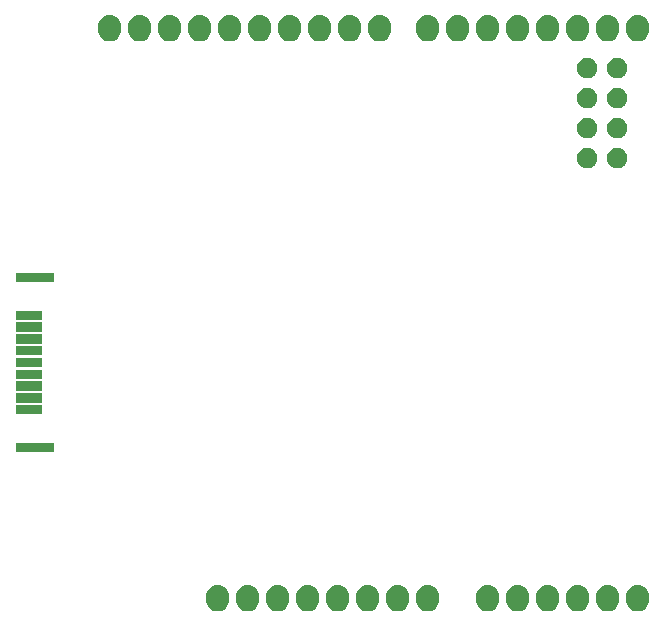
<source format=gbs>
G04 #@! TF.GenerationSoftware,KiCad,Pcbnew,(5.1.2)-1*
G04 #@! TF.CreationDate,2021-07-03T10:16:44+09:00*
G04 #@! TF.ProjectId,hdmi,68646d69-2e6b-4696-9361-645f70636258,v1.5*
G04 #@! TF.SameCoordinates,Original*
G04 #@! TF.FileFunction,Soldermask,Bot*
G04 #@! TF.FilePolarity,Negative*
%FSLAX46Y46*%
G04 Gerber Fmt 4.6, Leading zero omitted, Abs format (unit mm)*
G04 Created by KiCad (PCBNEW (5.1.2)-1) date 2021-07-03 10:16:44*
%MOMM*%
%LPD*%
G04 APERTURE LIST*
%ADD10C,0.100000*%
G04 APERTURE END LIST*
D10*
G36*
X174686897Y-122722942D02*
G01*
X174868538Y-122778043D01*
X175035936Y-122867518D01*
X175035938Y-122867520D01*
X175182665Y-122987935D01*
X175303080Y-123134662D01*
X175303082Y-123134665D01*
X175392557Y-123302061D01*
X175447658Y-123483702D01*
X175461600Y-123625262D01*
X175461600Y-124024737D01*
X175447658Y-124166297D01*
X175392557Y-124347939D01*
X175303082Y-124515335D01*
X175303080Y-124515338D01*
X175182665Y-124662065D01*
X175035938Y-124782480D01*
X175035936Y-124782481D01*
X175035935Y-124782482D01*
X174868539Y-124871957D01*
X174686898Y-124927058D01*
X174498000Y-124945662D01*
X174309103Y-124927058D01*
X174127462Y-124871957D01*
X173960066Y-124782482D01*
X173960065Y-124782481D01*
X173960063Y-124782480D01*
X173813336Y-124662065D01*
X173692920Y-124515338D01*
X173692918Y-124515335D01*
X173603443Y-124347939D01*
X173548342Y-124166298D01*
X173534400Y-124024738D01*
X173534400Y-123625263D01*
X173548342Y-123483703D01*
X173603443Y-123302062D01*
X173692918Y-123134664D01*
X173712735Y-123110517D01*
X173813335Y-122987935D01*
X173960062Y-122867520D01*
X173960064Y-122867519D01*
X173960065Y-122867518D01*
X174127461Y-122778043D01*
X174309102Y-122722942D01*
X174498000Y-122704338D01*
X174686897Y-122722942D01*
X174686897Y-122722942D01*
G37*
G36*
X172146897Y-122722942D02*
G01*
X172328538Y-122778043D01*
X172495936Y-122867518D01*
X172495938Y-122867520D01*
X172642665Y-122987935D01*
X172763080Y-123134662D01*
X172763082Y-123134665D01*
X172852557Y-123302061D01*
X172907658Y-123483702D01*
X172921600Y-123625262D01*
X172921600Y-124024737D01*
X172907658Y-124166297D01*
X172852557Y-124347939D01*
X172763082Y-124515335D01*
X172763080Y-124515338D01*
X172642665Y-124662065D01*
X172495938Y-124782480D01*
X172495936Y-124782481D01*
X172495935Y-124782482D01*
X172328539Y-124871957D01*
X172146898Y-124927058D01*
X171958000Y-124945662D01*
X171769103Y-124927058D01*
X171587462Y-124871957D01*
X171420066Y-124782482D01*
X171420065Y-124782481D01*
X171420063Y-124782480D01*
X171273336Y-124662065D01*
X171152920Y-124515338D01*
X171152918Y-124515335D01*
X171063443Y-124347939D01*
X171008342Y-124166298D01*
X170994400Y-124024738D01*
X170994400Y-123625263D01*
X171008342Y-123483703D01*
X171063443Y-123302062D01*
X171152918Y-123134664D01*
X171172735Y-123110517D01*
X171273335Y-122987935D01*
X171420062Y-122867520D01*
X171420064Y-122867519D01*
X171420065Y-122867518D01*
X171587461Y-122778043D01*
X171769102Y-122722942D01*
X171958000Y-122704338D01*
X172146897Y-122722942D01*
X172146897Y-122722942D01*
G37*
G36*
X169606897Y-122722942D02*
G01*
X169788538Y-122778043D01*
X169955936Y-122867518D01*
X169955938Y-122867520D01*
X170102665Y-122987935D01*
X170223080Y-123134662D01*
X170223082Y-123134665D01*
X170312557Y-123302061D01*
X170367658Y-123483702D01*
X170381600Y-123625262D01*
X170381600Y-124024737D01*
X170367658Y-124166297D01*
X170312557Y-124347939D01*
X170223082Y-124515335D01*
X170223080Y-124515338D01*
X170102665Y-124662065D01*
X169955938Y-124782480D01*
X169955936Y-124782481D01*
X169955935Y-124782482D01*
X169788539Y-124871957D01*
X169606898Y-124927058D01*
X169418000Y-124945662D01*
X169229103Y-124927058D01*
X169047462Y-124871957D01*
X168880066Y-124782482D01*
X168880065Y-124782481D01*
X168880063Y-124782480D01*
X168733336Y-124662065D01*
X168612920Y-124515338D01*
X168612918Y-124515335D01*
X168523443Y-124347939D01*
X168468342Y-124166298D01*
X168454400Y-124024738D01*
X168454400Y-123625263D01*
X168468342Y-123483703D01*
X168523443Y-123302062D01*
X168612918Y-123134664D01*
X168632735Y-123110517D01*
X168733335Y-122987935D01*
X168880062Y-122867520D01*
X168880064Y-122867519D01*
X168880065Y-122867518D01*
X169047461Y-122778043D01*
X169229102Y-122722942D01*
X169418000Y-122704338D01*
X169606897Y-122722942D01*
X169606897Y-122722942D01*
G37*
G36*
X167066897Y-122722942D02*
G01*
X167248538Y-122778043D01*
X167415936Y-122867518D01*
X167415938Y-122867520D01*
X167562665Y-122987935D01*
X167683080Y-123134662D01*
X167683082Y-123134665D01*
X167772557Y-123302061D01*
X167827658Y-123483702D01*
X167841600Y-123625262D01*
X167841600Y-124024737D01*
X167827658Y-124166297D01*
X167772557Y-124347939D01*
X167683082Y-124515335D01*
X167683080Y-124515338D01*
X167562665Y-124662065D01*
X167415938Y-124782480D01*
X167415936Y-124782481D01*
X167415935Y-124782482D01*
X167248539Y-124871957D01*
X167066898Y-124927058D01*
X166878000Y-124945662D01*
X166689103Y-124927058D01*
X166507462Y-124871957D01*
X166340066Y-124782482D01*
X166340065Y-124782481D01*
X166340063Y-124782480D01*
X166193336Y-124662065D01*
X166072920Y-124515338D01*
X166072918Y-124515335D01*
X165983443Y-124347939D01*
X165928342Y-124166298D01*
X165914400Y-124024738D01*
X165914400Y-123625263D01*
X165928342Y-123483703D01*
X165983443Y-123302062D01*
X166072918Y-123134664D01*
X166092735Y-123110517D01*
X166193335Y-122987935D01*
X166340062Y-122867520D01*
X166340064Y-122867519D01*
X166340065Y-122867518D01*
X166507461Y-122778043D01*
X166689102Y-122722942D01*
X166878000Y-122704338D01*
X167066897Y-122722942D01*
X167066897Y-122722942D01*
G37*
G36*
X164526897Y-122722942D02*
G01*
X164708538Y-122778043D01*
X164875936Y-122867518D01*
X164875938Y-122867520D01*
X165022665Y-122987935D01*
X165143080Y-123134662D01*
X165143082Y-123134665D01*
X165232557Y-123302061D01*
X165287658Y-123483702D01*
X165301600Y-123625262D01*
X165301600Y-124024737D01*
X165287658Y-124166297D01*
X165232557Y-124347939D01*
X165143082Y-124515335D01*
X165143080Y-124515338D01*
X165022665Y-124662065D01*
X164875938Y-124782480D01*
X164875936Y-124782481D01*
X164875935Y-124782482D01*
X164708539Y-124871957D01*
X164526898Y-124927058D01*
X164338000Y-124945662D01*
X164149103Y-124927058D01*
X163967462Y-124871957D01*
X163800066Y-124782482D01*
X163800065Y-124782481D01*
X163800063Y-124782480D01*
X163653336Y-124662065D01*
X163532920Y-124515338D01*
X163532918Y-124515335D01*
X163443443Y-124347939D01*
X163388342Y-124166298D01*
X163374400Y-124024738D01*
X163374400Y-123625263D01*
X163388342Y-123483703D01*
X163443443Y-123302062D01*
X163532918Y-123134664D01*
X163552735Y-123110517D01*
X163653335Y-122987935D01*
X163800062Y-122867520D01*
X163800064Y-122867519D01*
X163800065Y-122867518D01*
X163967461Y-122778043D01*
X164149102Y-122722942D01*
X164338000Y-122704338D01*
X164526897Y-122722942D01*
X164526897Y-122722942D01*
G37*
G36*
X161986897Y-122722942D02*
G01*
X162168538Y-122778043D01*
X162335936Y-122867518D01*
X162335938Y-122867520D01*
X162482665Y-122987935D01*
X162603080Y-123134662D01*
X162603082Y-123134665D01*
X162692557Y-123302061D01*
X162747658Y-123483702D01*
X162761600Y-123625262D01*
X162761600Y-124024737D01*
X162747658Y-124166297D01*
X162692557Y-124347939D01*
X162603082Y-124515335D01*
X162603080Y-124515338D01*
X162482665Y-124662065D01*
X162335938Y-124782480D01*
X162335936Y-124782481D01*
X162335935Y-124782482D01*
X162168539Y-124871957D01*
X161986898Y-124927058D01*
X161798000Y-124945662D01*
X161609103Y-124927058D01*
X161427462Y-124871957D01*
X161260066Y-124782482D01*
X161260065Y-124782481D01*
X161260063Y-124782480D01*
X161113336Y-124662065D01*
X160992920Y-124515338D01*
X160992918Y-124515335D01*
X160903443Y-124347939D01*
X160848342Y-124166298D01*
X160834400Y-124024738D01*
X160834400Y-123625263D01*
X160848342Y-123483703D01*
X160903443Y-123302062D01*
X160992918Y-123134664D01*
X161012735Y-123110517D01*
X161113335Y-122987935D01*
X161260062Y-122867520D01*
X161260064Y-122867519D01*
X161260065Y-122867518D01*
X161427461Y-122778043D01*
X161609102Y-122722942D01*
X161798000Y-122704338D01*
X161986897Y-122722942D01*
X161986897Y-122722942D01*
G37*
G36*
X141666897Y-122722942D02*
G01*
X141848538Y-122778043D01*
X142015936Y-122867518D01*
X142015938Y-122867520D01*
X142162665Y-122987935D01*
X142283080Y-123134662D01*
X142283082Y-123134665D01*
X142372557Y-123302061D01*
X142427658Y-123483702D01*
X142441600Y-123625262D01*
X142441600Y-124024737D01*
X142427658Y-124166297D01*
X142372557Y-124347939D01*
X142283082Y-124515335D01*
X142283080Y-124515338D01*
X142162665Y-124662065D01*
X142015938Y-124782480D01*
X142015936Y-124782481D01*
X142015935Y-124782482D01*
X141848539Y-124871957D01*
X141666898Y-124927058D01*
X141478000Y-124945662D01*
X141289103Y-124927058D01*
X141107462Y-124871957D01*
X140940066Y-124782482D01*
X140940065Y-124782481D01*
X140940063Y-124782480D01*
X140793336Y-124662065D01*
X140672920Y-124515338D01*
X140672918Y-124515335D01*
X140583443Y-124347939D01*
X140528342Y-124166298D01*
X140514400Y-124024738D01*
X140514400Y-123625263D01*
X140528342Y-123483703D01*
X140583443Y-123302062D01*
X140672918Y-123134664D01*
X140692735Y-123110517D01*
X140793335Y-122987935D01*
X140940062Y-122867520D01*
X140940064Y-122867519D01*
X140940065Y-122867518D01*
X141107461Y-122778043D01*
X141289102Y-122722942D01*
X141478000Y-122704338D01*
X141666897Y-122722942D01*
X141666897Y-122722942D01*
G37*
G36*
X146746897Y-122722942D02*
G01*
X146928538Y-122778043D01*
X147095936Y-122867518D01*
X147095938Y-122867520D01*
X147242665Y-122987935D01*
X147363080Y-123134662D01*
X147363082Y-123134665D01*
X147452557Y-123302061D01*
X147507658Y-123483702D01*
X147521600Y-123625262D01*
X147521600Y-124024737D01*
X147507658Y-124166297D01*
X147452557Y-124347939D01*
X147363082Y-124515335D01*
X147363080Y-124515338D01*
X147242665Y-124662065D01*
X147095938Y-124782480D01*
X147095936Y-124782481D01*
X147095935Y-124782482D01*
X146928539Y-124871957D01*
X146746898Y-124927058D01*
X146558000Y-124945662D01*
X146369103Y-124927058D01*
X146187462Y-124871957D01*
X146020066Y-124782482D01*
X146020065Y-124782481D01*
X146020063Y-124782480D01*
X145873336Y-124662065D01*
X145752920Y-124515338D01*
X145752918Y-124515335D01*
X145663443Y-124347939D01*
X145608342Y-124166298D01*
X145594400Y-124024738D01*
X145594400Y-123625263D01*
X145608342Y-123483703D01*
X145663443Y-123302062D01*
X145752918Y-123134664D01*
X145772735Y-123110517D01*
X145873335Y-122987935D01*
X146020062Y-122867520D01*
X146020064Y-122867519D01*
X146020065Y-122867518D01*
X146187461Y-122778043D01*
X146369102Y-122722942D01*
X146558000Y-122704338D01*
X146746897Y-122722942D01*
X146746897Y-122722942D01*
G37*
G36*
X139126897Y-122722942D02*
G01*
X139308538Y-122778043D01*
X139475936Y-122867518D01*
X139475938Y-122867520D01*
X139622665Y-122987935D01*
X139743080Y-123134662D01*
X139743082Y-123134665D01*
X139832557Y-123302061D01*
X139887658Y-123483702D01*
X139901600Y-123625262D01*
X139901600Y-124024737D01*
X139887658Y-124166297D01*
X139832557Y-124347939D01*
X139743082Y-124515335D01*
X139743080Y-124515338D01*
X139622665Y-124662065D01*
X139475938Y-124782480D01*
X139475936Y-124782481D01*
X139475935Y-124782482D01*
X139308539Y-124871957D01*
X139126898Y-124927058D01*
X138938000Y-124945662D01*
X138749103Y-124927058D01*
X138567462Y-124871957D01*
X138400066Y-124782482D01*
X138400065Y-124782481D01*
X138400063Y-124782480D01*
X138253336Y-124662065D01*
X138132920Y-124515338D01*
X138132918Y-124515335D01*
X138043443Y-124347939D01*
X137988342Y-124166298D01*
X137974400Y-124024738D01*
X137974400Y-123625263D01*
X137988342Y-123483703D01*
X138043443Y-123302062D01*
X138132918Y-123134664D01*
X138152735Y-123110517D01*
X138253335Y-122987935D01*
X138400062Y-122867520D01*
X138400064Y-122867519D01*
X138400065Y-122867518D01*
X138567461Y-122778043D01*
X138749102Y-122722942D01*
X138938000Y-122704338D01*
X139126897Y-122722942D01*
X139126897Y-122722942D01*
G37*
G36*
X156906897Y-122722942D02*
G01*
X157088538Y-122778043D01*
X157255936Y-122867518D01*
X157255938Y-122867520D01*
X157402665Y-122987935D01*
X157523080Y-123134662D01*
X157523082Y-123134665D01*
X157612557Y-123302061D01*
X157667658Y-123483702D01*
X157681600Y-123625262D01*
X157681600Y-124024737D01*
X157667658Y-124166297D01*
X157612557Y-124347939D01*
X157523082Y-124515335D01*
X157523080Y-124515338D01*
X157402665Y-124662065D01*
X157255938Y-124782480D01*
X157255936Y-124782481D01*
X157255935Y-124782482D01*
X157088539Y-124871957D01*
X156906898Y-124927058D01*
X156718000Y-124945662D01*
X156529103Y-124927058D01*
X156347462Y-124871957D01*
X156180066Y-124782482D01*
X156180065Y-124782481D01*
X156180063Y-124782480D01*
X156033336Y-124662065D01*
X155912920Y-124515338D01*
X155912918Y-124515335D01*
X155823443Y-124347939D01*
X155768342Y-124166298D01*
X155754400Y-124024738D01*
X155754400Y-123625263D01*
X155768342Y-123483703D01*
X155823443Y-123302062D01*
X155912918Y-123134664D01*
X155932735Y-123110517D01*
X156033335Y-122987935D01*
X156180062Y-122867520D01*
X156180064Y-122867519D01*
X156180065Y-122867518D01*
X156347461Y-122778043D01*
X156529102Y-122722942D01*
X156718000Y-122704338D01*
X156906897Y-122722942D01*
X156906897Y-122722942D01*
G37*
G36*
X154366897Y-122722942D02*
G01*
X154548538Y-122778043D01*
X154715936Y-122867518D01*
X154715938Y-122867520D01*
X154862665Y-122987935D01*
X154983080Y-123134662D01*
X154983082Y-123134665D01*
X155072557Y-123302061D01*
X155127658Y-123483702D01*
X155141600Y-123625262D01*
X155141600Y-124024737D01*
X155127658Y-124166297D01*
X155072557Y-124347939D01*
X154983082Y-124515335D01*
X154983080Y-124515338D01*
X154862665Y-124662065D01*
X154715938Y-124782480D01*
X154715936Y-124782481D01*
X154715935Y-124782482D01*
X154548539Y-124871957D01*
X154366898Y-124927058D01*
X154178000Y-124945662D01*
X153989103Y-124927058D01*
X153807462Y-124871957D01*
X153640066Y-124782482D01*
X153640065Y-124782481D01*
X153640063Y-124782480D01*
X153493336Y-124662065D01*
X153372920Y-124515338D01*
X153372918Y-124515335D01*
X153283443Y-124347939D01*
X153228342Y-124166298D01*
X153214400Y-124024738D01*
X153214400Y-123625263D01*
X153228342Y-123483703D01*
X153283443Y-123302062D01*
X153372918Y-123134664D01*
X153392735Y-123110517D01*
X153493335Y-122987935D01*
X153640062Y-122867520D01*
X153640064Y-122867519D01*
X153640065Y-122867518D01*
X153807461Y-122778043D01*
X153989102Y-122722942D01*
X154178000Y-122704338D01*
X154366897Y-122722942D01*
X154366897Y-122722942D01*
G37*
G36*
X151826897Y-122722942D02*
G01*
X152008538Y-122778043D01*
X152175936Y-122867518D01*
X152175938Y-122867520D01*
X152322665Y-122987935D01*
X152443080Y-123134662D01*
X152443082Y-123134665D01*
X152532557Y-123302061D01*
X152587658Y-123483702D01*
X152601600Y-123625262D01*
X152601600Y-124024737D01*
X152587658Y-124166297D01*
X152532557Y-124347939D01*
X152443082Y-124515335D01*
X152443080Y-124515338D01*
X152322665Y-124662065D01*
X152175938Y-124782480D01*
X152175936Y-124782481D01*
X152175935Y-124782482D01*
X152008539Y-124871957D01*
X151826898Y-124927058D01*
X151638000Y-124945662D01*
X151449103Y-124927058D01*
X151267462Y-124871957D01*
X151100066Y-124782482D01*
X151100065Y-124782481D01*
X151100063Y-124782480D01*
X150953336Y-124662065D01*
X150832920Y-124515338D01*
X150832918Y-124515335D01*
X150743443Y-124347939D01*
X150688342Y-124166298D01*
X150674400Y-124024738D01*
X150674400Y-123625263D01*
X150688342Y-123483703D01*
X150743443Y-123302062D01*
X150832918Y-123134664D01*
X150852735Y-123110517D01*
X150953335Y-122987935D01*
X151100062Y-122867520D01*
X151100064Y-122867519D01*
X151100065Y-122867518D01*
X151267461Y-122778043D01*
X151449102Y-122722942D01*
X151638000Y-122704338D01*
X151826897Y-122722942D01*
X151826897Y-122722942D01*
G37*
G36*
X149286897Y-122722942D02*
G01*
X149468538Y-122778043D01*
X149635936Y-122867518D01*
X149635938Y-122867520D01*
X149782665Y-122987935D01*
X149903080Y-123134662D01*
X149903082Y-123134665D01*
X149992557Y-123302061D01*
X150047658Y-123483702D01*
X150061600Y-123625262D01*
X150061600Y-124024737D01*
X150047658Y-124166297D01*
X149992557Y-124347939D01*
X149903082Y-124515335D01*
X149903080Y-124515338D01*
X149782665Y-124662065D01*
X149635938Y-124782480D01*
X149635936Y-124782481D01*
X149635935Y-124782482D01*
X149468539Y-124871957D01*
X149286898Y-124927058D01*
X149098000Y-124945662D01*
X148909103Y-124927058D01*
X148727462Y-124871957D01*
X148560066Y-124782482D01*
X148560065Y-124782481D01*
X148560063Y-124782480D01*
X148413336Y-124662065D01*
X148292920Y-124515338D01*
X148292918Y-124515335D01*
X148203443Y-124347939D01*
X148148342Y-124166298D01*
X148134400Y-124024738D01*
X148134400Y-123625263D01*
X148148342Y-123483703D01*
X148203443Y-123302062D01*
X148292918Y-123134664D01*
X148312735Y-123110517D01*
X148413335Y-122987935D01*
X148560062Y-122867520D01*
X148560064Y-122867519D01*
X148560065Y-122867518D01*
X148727461Y-122778043D01*
X148909102Y-122722942D01*
X149098000Y-122704338D01*
X149286897Y-122722942D01*
X149286897Y-122722942D01*
G37*
G36*
X144206897Y-122722942D02*
G01*
X144388538Y-122778043D01*
X144555936Y-122867518D01*
X144555938Y-122867520D01*
X144702665Y-122987935D01*
X144823080Y-123134662D01*
X144823082Y-123134665D01*
X144912557Y-123302061D01*
X144967658Y-123483702D01*
X144981600Y-123625262D01*
X144981600Y-124024737D01*
X144967658Y-124166297D01*
X144912557Y-124347939D01*
X144823082Y-124515335D01*
X144823080Y-124515338D01*
X144702665Y-124662065D01*
X144555938Y-124782480D01*
X144555936Y-124782481D01*
X144555935Y-124782482D01*
X144388539Y-124871957D01*
X144206898Y-124927058D01*
X144018000Y-124945662D01*
X143829103Y-124927058D01*
X143647462Y-124871957D01*
X143480066Y-124782482D01*
X143480065Y-124782481D01*
X143480063Y-124782480D01*
X143333336Y-124662065D01*
X143212920Y-124515338D01*
X143212918Y-124515335D01*
X143123443Y-124347939D01*
X143068342Y-124166298D01*
X143054400Y-124024738D01*
X143054400Y-123625263D01*
X143068342Y-123483703D01*
X143123443Y-123302062D01*
X143212918Y-123134664D01*
X143232735Y-123110517D01*
X143333335Y-122987935D01*
X143480062Y-122867520D01*
X143480064Y-122867519D01*
X143480065Y-122867518D01*
X143647461Y-122778043D01*
X143829102Y-122722942D01*
X144018000Y-122704338D01*
X144206897Y-122722942D01*
X144206897Y-122722942D01*
G37*
G36*
X125098000Y-111465000D02*
G01*
X121898000Y-111465000D01*
X121898000Y-110665000D01*
X125098000Y-110665000D01*
X125098000Y-111465000D01*
X125098000Y-111465000D01*
G37*
G36*
X124098000Y-108265000D02*
G01*
X121898000Y-108265000D01*
X121898000Y-107465000D01*
X124098000Y-107465000D01*
X124098000Y-108265000D01*
X124098000Y-108265000D01*
G37*
G36*
X124098000Y-107265000D02*
G01*
X121898000Y-107265000D01*
X121898000Y-106465000D01*
X124098000Y-106465000D01*
X124098000Y-107265000D01*
X124098000Y-107265000D01*
G37*
G36*
X124098000Y-106265000D02*
G01*
X121898000Y-106265000D01*
X121898000Y-105465000D01*
X124098000Y-105465000D01*
X124098000Y-106265000D01*
X124098000Y-106265000D01*
G37*
G36*
X124098000Y-105265000D02*
G01*
X121898000Y-105265000D01*
X121898000Y-104465000D01*
X124098000Y-104465000D01*
X124098000Y-105265000D01*
X124098000Y-105265000D01*
G37*
G36*
X124098000Y-104265000D02*
G01*
X121898000Y-104265000D01*
X121898000Y-103465000D01*
X124098000Y-103465000D01*
X124098000Y-104265000D01*
X124098000Y-104265000D01*
G37*
G36*
X124098000Y-103265000D02*
G01*
X121898000Y-103265000D01*
X121898000Y-102465000D01*
X124098000Y-102465000D01*
X124098000Y-103265000D01*
X124098000Y-103265000D01*
G37*
G36*
X124098000Y-102265000D02*
G01*
X121898000Y-102265000D01*
X121898000Y-101465000D01*
X124098000Y-101465000D01*
X124098000Y-102265000D01*
X124098000Y-102265000D01*
G37*
G36*
X124098000Y-101265000D02*
G01*
X121898000Y-101265000D01*
X121898000Y-100465000D01*
X124098000Y-100465000D01*
X124098000Y-101265000D01*
X124098000Y-101265000D01*
G37*
G36*
X124098000Y-100265000D02*
G01*
X121898000Y-100265000D01*
X121898000Y-99465000D01*
X124098000Y-99465000D01*
X124098000Y-100265000D01*
X124098000Y-100265000D01*
G37*
G36*
X125098000Y-97065000D02*
G01*
X121898000Y-97065000D01*
X121898000Y-96265000D01*
X125098000Y-96265000D01*
X125098000Y-97065000D01*
X125098000Y-97065000D01*
G37*
G36*
X170479434Y-85746125D02*
G01*
X170479437Y-85746126D01*
X170479436Y-85746126D01*
X170636310Y-85811105D01*
X170777493Y-85905441D01*
X170897559Y-86025507D01*
X170991895Y-86166690D01*
X170991895Y-86166691D01*
X171056875Y-86323566D01*
X171090000Y-86490099D01*
X171090000Y-86659901D01*
X171056875Y-86826434D01*
X171056874Y-86826436D01*
X170991895Y-86983310D01*
X170897559Y-87124493D01*
X170777493Y-87244559D01*
X170636310Y-87338895D01*
X170525383Y-87384842D01*
X170479434Y-87403875D01*
X170312901Y-87437000D01*
X170143099Y-87437000D01*
X169976566Y-87403875D01*
X169930617Y-87384842D01*
X169819690Y-87338895D01*
X169678507Y-87244559D01*
X169558441Y-87124493D01*
X169464105Y-86983310D01*
X169399126Y-86826436D01*
X169399125Y-86826434D01*
X169366000Y-86659901D01*
X169366000Y-86490099D01*
X169399125Y-86323566D01*
X169464105Y-86166691D01*
X169464105Y-86166690D01*
X169558441Y-86025507D01*
X169678507Y-85905441D01*
X169819690Y-85811105D01*
X169976564Y-85746126D01*
X169976563Y-85746126D01*
X169976566Y-85746125D01*
X170143099Y-85713000D01*
X170312901Y-85713000D01*
X170479434Y-85746125D01*
X170479434Y-85746125D01*
G37*
G36*
X173019434Y-85746125D02*
G01*
X173019437Y-85746126D01*
X173019436Y-85746126D01*
X173176310Y-85811105D01*
X173317493Y-85905441D01*
X173437559Y-86025507D01*
X173531895Y-86166690D01*
X173531895Y-86166691D01*
X173596875Y-86323566D01*
X173630000Y-86490099D01*
X173630000Y-86659901D01*
X173596875Y-86826434D01*
X173596874Y-86826436D01*
X173531895Y-86983310D01*
X173437559Y-87124493D01*
X173317493Y-87244559D01*
X173176310Y-87338895D01*
X173065383Y-87384842D01*
X173019434Y-87403875D01*
X172852901Y-87437000D01*
X172683099Y-87437000D01*
X172516566Y-87403875D01*
X172470617Y-87384842D01*
X172359690Y-87338895D01*
X172218507Y-87244559D01*
X172098441Y-87124493D01*
X172004105Y-86983310D01*
X171939126Y-86826436D01*
X171939125Y-86826434D01*
X171906000Y-86659901D01*
X171906000Y-86490099D01*
X171939125Y-86323566D01*
X172004105Y-86166691D01*
X172004105Y-86166690D01*
X172098441Y-86025507D01*
X172218507Y-85905441D01*
X172359690Y-85811105D01*
X172516564Y-85746126D01*
X172516563Y-85746126D01*
X172516566Y-85746125D01*
X172683099Y-85713000D01*
X172852901Y-85713000D01*
X173019434Y-85746125D01*
X173019434Y-85746125D01*
G37*
G36*
X173019434Y-83206125D02*
G01*
X173019437Y-83206126D01*
X173019436Y-83206126D01*
X173176310Y-83271105D01*
X173317493Y-83365441D01*
X173437559Y-83485507D01*
X173531895Y-83626690D01*
X173531895Y-83626691D01*
X173596875Y-83783566D01*
X173630000Y-83950099D01*
X173630000Y-84119901D01*
X173596875Y-84286434D01*
X173596874Y-84286436D01*
X173531895Y-84443310D01*
X173437559Y-84584493D01*
X173317493Y-84704559D01*
X173176310Y-84798895D01*
X173065383Y-84844842D01*
X173019434Y-84863875D01*
X172852901Y-84897000D01*
X172683099Y-84897000D01*
X172516566Y-84863875D01*
X172470617Y-84844842D01*
X172359690Y-84798895D01*
X172218507Y-84704559D01*
X172098441Y-84584493D01*
X172004105Y-84443310D01*
X171939126Y-84286436D01*
X171939125Y-84286434D01*
X171906000Y-84119901D01*
X171906000Y-83950099D01*
X171939125Y-83783566D01*
X172004105Y-83626691D01*
X172004105Y-83626690D01*
X172098441Y-83485507D01*
X172218507Y-83365441D01*
X172359690Y-83271105D01*
X172516564Y-83206126D01*
X172516563Y-83206126D01*
X172516566Y-83206125D01*
X172683099Y-83173000D01*
X172852901Y-83173000D01*
X173019434Y-83206125D01*
X173019434Y-83206125D01*
G37*
G36*
X170479434Y-83206125D02*
G01*
X170479437Y-83206126D01*
X170479436Y-83206126D01*
X170636310Y-83271105D01*
X170777493Y-83365441D01*
X170897559Y-83485507D01*
X170991895Y-83626690D01*
X170991895Y-83626691D01*
X171056875Y-83783566D01*
X171090000Y-83950099D01*
X171090000Y-84119901D01*
X171056875Y-84286434D01*
X171056874Y-84286436D01*
X170991895Y-84443310D01*
X170897559Y-84584493D01*
X170777493Y-84704559D01*
X170636310Y-84798895D01*
X170525383Y-84844842D01*
X170479434Y-84863875D01*
X170312901Y-84897000D01*
X170143099Y-84897000D01*
X169976566Y-84863875D01*
X169930617Y-84844842D01*
X169819690Y-84798895D01*
X169678507Y-84704559D01*
X169558441Y-84584493D01*
X169464105Y-84443310D01*
X169399126Y-84286436D01*
X169399125Y-84286434D01*
X169366000Y-84119901D01*
X169366000Y-83950099D01*
X169399125Y-83783566D01*
X169464105Y-83626691D01*
X169464105Y-83626690D01*
X169558441Y-83485507D01*
X169678507Y-83365441D01*
X169819690Y-83271105D01*
X169976564Y-83206126D01*
X169976563Y-83206126D01*
X169976566Y-83206125D01*
X170143099Y-83173000D01*
X170312901Y-83173000D01*
X170479434Y-83206125D01*
X170479434Y-83206125D01*
G37*
G36*
X173019434Y-80666125D02*
G01*
X173019437Y-80666126D01*
X173019436Y-80666126D01*
X173176310Y-80731105D01*
X173317493Y-80825441D01*
X173437559Y-80945507D01*
X173531895Y-81086690D01*
X173531895Y-81086691D01*
X173596875Y-81243566D01*
X173630000Y-81410099D01*
X173630000Y-81579901D01*
X173596875Y-81746434D01*
X173596874Y-81746436D01*
X173531895Y-81903310D01*
X173437559Y-82044493D01*
X173317493Y-82164559D01*
X173176310Y-82258895D01*
X173065383Y-82304842D01*
X173019434Y-82323875D01*
X172852901Y-82357000D01*
X172683099Y-82357000D01*
X172516566Y-82323875D01*
X172470617Y-82304842D01*
X172359690Y-82258895D01*
X172218507Y-82164559D01*
X172098441Y-82044493D01*
X172004105Y-81903310D01*
X171939126Y-81746436D01*
X171939125Y-81746434D01*
X171906000Y-81579901D01*
X171906000Y-81410099D01*
X171939125Y-81243566D01*
X172004105Y-81086691D01*
X172004105Y-81086690D01*
X172098441Y-80945507D01*
X172218507Y-80825441D01*
X172359690Y-80731105D01*
X172516564Y-80666126D01*
X172516563Y-80666126D01*
X172516566Y-80666125D01*
X172683099Y-80633000D01*
X172852901Y-80633000D01*
X173019434Y-80666125D01*
X173019434Y-80666125D01*
G37*
G36*
X170479434Y-80666125D02*
G01*
X170479437Y-80666126D01*
X170479436Y-80666126D01*
X170636310Y-80731105D01*
X170777493Y-80825441D01*
X170897559Y-80945507D01*
X170991895Y-81086690D01*
X170991895Y-81086691D01*
X171056875Y-81243566D01*
X171090000Y-81410099D01*
X171090000Y-81579901D01*
X171056875Y-81746434D01*
X171056874Y-81746436D01*
X170991895Y-81903310D01*
X170897559Y-82044493D01*
X170777493Y-82164559D01*
X170636310Y-82258895D01*
X170525383Y-82304842D01*
X170479434Y-82323875D01*
X170312901Y-82357000D01*
X170143099Y-82357000D01*
X169976566Y-82323875D01*
X169930617Y-82304842D01*
X169819690Y-82258895D01*
X169678507Y-82164559D01*
X169558441Y-82044493D01*
X169464105Y-81903310D01*
X169399126Y-81746436D01*
X169399125Y-81746434D01*
X169366000Y-81579901D01*
X169366000Y-81410099D01*
X169399125Y-81243566D01*
X169464105Y-81086691D01*
X169464105Y-81086690D01*
X169558441Y-80945507D01*
X169678507Y-80825441D01*
X169819690Y-80731105D01*
X169976564Y-80666126D01*
X169976563Y-80666126D01*
X169976566Y-80666125D01*
X170143099Y-80633000D01*
X170312901Y-80633000D01*
X170479434Y-80666125D01*
X170479434Y-80666125D01*
G37*
G36*
X173019434Y-78126125D02*
G01*
X173019437Y-78126126D01*
X173019436Y-78126126D01*
X173176310Y-78191105D01*
X173317493Y-78285441D01*
X173437559Y-78405507D01*
X173531895Y-78546690D01*
X173531895Y-78546691D01*
X173596875Y-78703566D01*
X173630000Y-78870099D01*
X173630000Y-79039901D01*
X173596875Y-79206434D01*
X173596874Y-79206436D01*
X173531895Y-79363310D01*
X173437559Y-79504493D01*
X173317493Y-79624559D01*
X173176310Y-79718895D01*
X173065383Y-79764842D01*
X173019434Y-79783875D01*
X172852901Y-79817000D01*
X172683099Y-79817000D01*
X172516566Y-79783875D01*
X172470617Y-79764842D01*
X172359690Y-79718895D01*
X172218507Y-79624559D01*
X172098441Y-79504493D01*
X172004105Y-79363310D01*
X171939126Y-79206436D01*
X171939125Y-79206434D01*
X171906000Y-79039901D01*
X171906000Y-78870099D01*
X171939125Y-78703566D01*
X172004105Y-78546691D01*
X172004105Y-78546690D01*
X172098441Y-78405507D01*
X172218507Y-78285441D01*
X172359690Y-78191105D01*
X172516564Y-78126126D01*
X172516563Y-78126126D01*
X172516566Y-78126125D01*
X172683099Y-78093000D01*
X172852901Y-78093000D01*
X173019434Y-78126125D01*
X173019434Y-78126125D01*
G37*
G36*
X170479434Y-78126125D02*
G01*
X170479437Y-78126126D01*
X170479436Y-78126126D01*
X170636310Y-78191105D01*
X170777493Y-78285441D01*
X170897559Y-78405507D01*
X170991895Y-78546690D01*
X170991895Y-78546691D01*
X171056875Y-78703566D01*
X171090000Y-78870099D01*
X171090000Y-79039901D01*
X171056875Y-79206434D01*
X171056874Y-79206436D01*
X170991895Y-79363310D01*
X170897559Y-79504493D01*
X170777493Y-79624559D01*
X170636310Y-79718895D01*
X170525383Y-79764842D01*
X170479434Y-79783875D01*
X170312901Y-79817000D01*
X170143099Y-79817000D01*
X169976566Y-79783875D01*
X169930617Y-79764842D01*
X169819690Y-79718895D01*
X169678507Y-79624559D01*
X169558441Y-79504493D01*
X169464105Y-79363310D01*
X169399126Y-79206436D01*
X169399125Y-79206434D01*
X169366000Y-79039901D01*
X169366000Y-78870099D01*
X169399125Y-78703566D01*
X169464105Y-78546691D01*
X169464105Y-78546690D01*
X169558441Y-78405507D01*
X169678507Y-78285441D01*
X169819690Y-78191105D01*
X169976564Y-78126126D01*
X169976563Y-78126126D01*
X169976566Y-78126125D01*
X170143099Y-78093000D01*
X170312901Y-78093000D01*
X170479434Y-78126125D01*
X170479434Y-78126125D01*
G37*
G36*
X129982897Y-74462942D02*
G01*
X130164538Y-74518043D01*
X130331936Y-74607518D01*
X130331938Y-74607520D01*
X130478665Y-74727935D01*
X130599080Y-74874662D01*
X130599082Y-74874665D01*
X130688557Y-75042061D01*
X130743658Y-75223702D01*
X130757600Y-75365262D01*
X130757600Y-75764737D01*
X130743658Y-75906297D01*
X130688557Y-76087939D01*
X130599082Y-76255335D01*
X130599080Y-76255338D01*
X130478665Y-76402065D01*
X130331938Y-76522480D01*
X130331936Y-76522481D01*
X130331935Y-76522482D01*
X130164539Y-76611957D01*
X129982898Y-76667058D01*
X129794000Y-76685662D01*
X129605103Y-76667058D01*
X129423462Y-76611957D01*
X129256066Y-76522482D01*
X129256065Y-76522481D01*
X129256063Y-76522480D01*
X129109336Y-76402065D01*
X128988920Y-76255338D01*
X128988918Y-76255335D01*
X128899443Y-76087939D01*
X128844342Y-75906298D01*
X128830400Y-75764738D01*
X128830400Y-75365263D01*
X128844342Y-75223703D01*
X128899443Y-75042062D01*
X128988918Y-74874664D01*
X129008735Y-74850517D01*
X129109335Y-74727935D01*
X129256062Y-74607520D01*
X129256064Y-74607519D01*
X129256065Y-74607518D01*
X129423461Y-74518043D01*
X129605102Y-74462942D01*
X129794000Y-74444338D01*
X129982897Y-74462942D01*
X129982897Y-74462942D01*
G37*
G36*
X172146897Y-74462942D02*
G01*
X172328538Y-74518043D01*
X172495936Y-74607518D01*
X172495938Y-74607520D01*
X172642665Y-74727935D01*
X172763080Y-74874662D01*
X172763082Y-74874665D01*
X172852557Y-75042061D01*
X172907658Y-75223702D01*
X172921600Y-75365262D01*
X172921600Y-75764737D01*
X172907658Y-75906297D01*
X172852557Y-76087939D01*
X172763082Y-76255335D01*
X172763080Y-76255338D01*
X172642665Y-76402065D01*
X172495938Y-76522480D01*
X172495936Y-76522481D01*
X172495935Y-76522482D01*
X172328539Y-76611957D01*
X172146898Y-76667058D01*
X171958000Y-76685662D01*
X171769103Y-76667058D01*
X171587462Y-76611957D01*
X171420066Y-76522482D01*
X171420065Y-76522481D01*
X171420063Y-76522480D01*
X171273336Y-76402065D01*
X171152920Y-76255338D01*
X171152918Y-76255335D01*
X171063443Y-76087939D01*
X171008342Y-75906298D01*
X170994400Y-75764738D01*
X170994400Y-75365263D01*
X171008342Y-75223703D01*
X171063443Y-75042062D01*
X171152918Y-74874664D01*
X171172735Y-74850517D01*
X171273335Y-74727935D01*
X171420062Y-74607520D01*
X171420064Y-74607519D01*
X171420065Y-74607518D01*
X171587461Y-74518043D01*
X171769102Y-74462942D01*
X171958000Y-74444338D01*
X172146897Y-74462942D01*
X172146897Y-74462942D01*
G37*
G36*
X169606897Y-74462942D02*
G01*
X169788538Y-74518043D01*
X169955936Y-74607518D01*
X169955938Y-74607520D01*
X170102665Y-74727935D01*
X170223080Y-74874662D01*
X170223082Y-74874665D01*
X170312557Y-75042061D01*
X170367658Y-75223702D01*
X170381600Y-75365262D01*
X170381600Y-75764737D01*
X170367658Y-75906297D01*
X170312557Y-76087939D01*
X170223082Y-76255335D01*
X170223080Y-76255338D01*
X170102665Y-76402065D01*
X169955938Y-76522480D01*
X169955936Y-76522481D01*
X169955935Y-76522482D01*
X169788539Y-76611957D01*
X169606898Y-76667058D01*
X169418000Y-76685662D01*
X169229103Y-76667058D01*
X169047462Y-76611957D01*
X168880066Y-76522482D01*
X168880065Y-76522481D01*
X168880063Y-76522480D01*
X168733336Y-76402065D01*
X168612920Y-76255338D01*
X168612918Y-76255335D01*
X168523443Y-76087939D01*
X168468342Y-75906298D01*
X168454400Y-75764738D01*
X168454400Y-75365263D01*
X168468342Y-75223703D01*
X168523443Y-75042062D01*
X168612918Y-74874664D01*
X168632735Y-74850517D01*
X168733335Y-74727935D01*
X168880062Y-74607520D01*
X168880064Y-74607519D01*
X168880065Y-74607518D01*
X169047461Y-74518043D01*
X169229102Y-74462942D01*
X169418000Y-74444338D01*
X169606897Y-74462942D01*
X169606897Y-74462942D01*
G37*
G36*
X167066897Y-74462942D02*
G01*
X167248538Y-74518043D01*
X167415936Y-74607518D01*
X167415938Y-74607520D01*
X167562665Y-74727935D01*
X167683080Y-74874662D01*
X167683082Y-74874665D01*
X167772557Y-75042061D01*
X167827658Y-75223702D01*
X167841600Y-75365262D01*
X167841600Y-75764737D01*
X167827658Y-75906297D01*
X167772557Y-76087939D01*
X167683082Y-76255335D01*
X167683080Y-76255338D01*
X167562665Y-76402065D01*
X167415938Y-76522480D01*
X167415936Y-76522481D01*
X167415935Y-76522482D01*
X167248539Y-76611957D01*
X167066898Y-76667058D01*
X166878000Y-76685662D01*
X166689103Y-76667058D01*
X166507462Y-76611957D01*
X166340066Y-76522482D01*
X166340065Y-76522481D01*
X166340063Y-76522480D01*
X166193336Y-76402065D01*
X166072920Y-76255338D01*
X166072918Y-76255335D01*
X165983443Y-76087939D01*
X165928342Y-75906298D01*
X165914400Y-75764738D01*
X165914400Y-75365263D01*
X165928342Y-75223703D01*
X165983443Y-75042062D01*
X166072918Y-74874664D01*
X166092735Y-74850517D01*
X166193335Y-74727935D01*
X166340062Y-74607520D01*
X166340064Y-74607519D01*
X166340065Y-74607518D01*
X166507461Y-74518043D01*
X166689102Y-74462942D01*
X166878000Y-74444338D01*
X167066897Y-74462942D01*
X167066897Y-74462942D01*
G37*
G36*
X164526897Y-74462942D02*
G01*
X164708538Y-74518043D01*
X164875936Y-74607518D01*
X164875938Y-74607520D01*
X165022665Y-74727935D01*
X165143080Y-74874662D01*
X165143082Y-74874665D01*
X165232557Y-75042061D01*
X165287658Y-75223702D01*
X165301600Y-75365262D01*
X165301600Y-75764737D01*
X165287658Y-75906297D01*
X165232557Y-76087939D01*
X165143082Y-76255335D01*
X165143080Y-76255338D01*
X165022665Y-76402065D01*
X164875938Y-76522480D01*
X164875936Y-76522481D01*
X164875935Y-76522482D01*
X164708539Y-76611957D01*
X164526898Y-76667058D01*
X164338000Y-76685662D01*
X164149103Y-76667058D01*
X163967462Y-76611957D01*
X163800066Y-76522482D01*
X163800065Y-76522481D01*
X163800063Y-76522480D01*
X163653336Y-76402065D01*
X163532920Y-76255338D01*
X163532918Y-76255335D01*
X163443443Y-76087939D01*
X163388342Y-75906298D01*
X163374400Y-75764738D01*
X163374400Y-75365263D01*
X163388342Y-75223703D01*
X163443443Y-75042062D01*
X163532918Y-74874664D01*
X163552735Y-74850517D01*
X163653335Y-74727935D01*
X163800062Y-74607520D01*
X163800064Y-74607519D01*
X163800065Y-74607518D01*
X163967461Y-74518043D01*
X164149102Y-74462942D01*
X164338000Y-74444338D01*
X164526897Y-74462942D01*
X164526897Y-74462942D01*
G37*
G36*
X161986897Y-74462942D02*
G01*
X162168538Y-74518043D01*
X162335936Y-74607518D01*
X162335938Y-74607520D01*
X162482665Y-74727935D01*
X162603080Y-74874662D01*
X162603082Y-74874665D01*
X162692557Y-75042061D01*
X162747658Y-75223702D01*
X162761600Y-75365262D01*
X162761600Y-75764737D01*
X162747658Y-75906297D01*
X162692557Y-76087939D01*
X162603082Y-76255335D01*
X162603080Y-76255338D01*
X162482665Y-76402065D01*
X162335938Y-76522480D01*
X162335936Y-76522481D01*
X162335935Y-76522482D01*
X162168539Y-76611957D01*
X161986898Y-76667058D01*
X161798000Y-76685662D01*
X161609103Y-76667058D01*
X161427462Y-76611957D01*
X161260066Y-76522482D01*
X161260065Y-76522481D01*
X161260063Y-76522480D01*
X161113336Y-76402065D01*
X160992920Y-76255338D01*
X160992918Y-76255335D01*
X160903443Y-76087939D01*
X160848342Y-75906298D01*
X160834400Y-75764738D01*
X160834400Y-75365263D01*
X160848342Y-75223703D01*
X160903443Y-75042062D01*
X160992918Y-74874664D01*
X161012735Y-74850517D01*
X161113335Y-74727935D01*
X161260062Y-74607520D01*
X161260064Y-74607519D01*
X161260065Y-74607518D01*
X161427461Y-74518043D01*
X161609102Y-74462942D01*
X161798000Y-74444338D01*
X161986897Y-74462942D01*
X161986897Y-74462942D01*
G37*
G36*
X159446897Y-74462942D02*
G01*
X159628538Y-74518043D01*
X159795936Y-74607518D01*
X159795938Y-74607520D01*
X159942665Y-74727935D01*
X160063080Y-74874662D01*
X160063082Y-74874665D01*
X160152557Y-75042061D01*
X160207658Y-75223702D01*
X160221600Y-75365262D01*
X160221600Y-75764737D01*
X160207658Y-75906297D01*
X160152557Y-76087939D01*
X160063082Y-76255335D01*
X160063080Y-76255338D01*
X159942665Y-76402065D01*
X159795938Y-76522480D01*
X159795936Y-76522481D01*
X159795935Y-76522482D01*
X159628539Y-76611957D01*
X159446898Y-76667058D01*
X159258000Y-76685662D01*
X159069103Y-76667058D01*
X158887462Y-76611957D01*
X158720066Y-76522482D01*
X158720065Y-76522481D01*
X158720063Y-76522480D01*
X158573336Y-76402065D01*
X158452920Y-76255338D01*
X158452918Y-76255335D01*
X158363443Y-76087939D01*
X158308342Y-75906298D01*
X158294400Y-75764738D01*
X158294400Y-75365263D01*
X158308342Y-75223703D01*
X158363443Y-75042062D01*
X158452918Y-74874664D01*
X158472735Y-74850517D01*
X158573335Y-74727935D01*
X158720062Y-74607520D01*
X158720064Y-74607519D01*
X158720065Y-74607518D01*
X158887461Y-74518043D01*
X159069102Y-74462942D01*
X159258000Y-74444338D01*
X159446897Y-74462942D01*
X159446897Y-74462942D01*
G37*
G36*
X156906897Y-74462942D02*
G01*
X157088538Y-74518043D01*
X157255936Y-74607518D01*
X157255938Y-74607520D01*
X157402665Y-74727935D01*
X157523080Y-74874662D01*
X157523082Y-74874665D01*
X157612557Y-75042061D01*
X157667658Y-75223702D01*
X157681600Y-75365262D01*
X157681600Y-75764737D01*
X157667658Y-75906297D01*
X157612557Y-76087939D01*
X157523082Y-76255335D01*
X157523080Y-76255338D01*
X157402665Y-76402065D01*
X157255938Y-76522480D01*
X157255936Y-76522481D01*
X157255935Y-76522482D01*
X157088539Y-76611957D01*
X156906898Y-76667058D01*
X156718000Y-76685662D01*
X156529103Y-76667058D01*
X156347462Y-76611957D01*
X156180066Y-76522482D01*
X156180065Y-76522481D01*
X156180063Y-76522480D01*
X156033336Y-76402065D01*
X155912920Y-76255338D01*
X155912918Y-76255335D01*
X155823443Y-76087939D01*
X155768342Y-75906298D01*
X155754400Y-75764738D01*
X155754400Y-75365263D01*
X155768342Y-75223703D01*
X155823443Y-75042062D01*
X155912918Y-74874664D01*
X155932735Y-74850517D01*
X156033335Y-74727935D01*
X156180062Y-74607520D01*
X156180064Y-74607519D01*
X156180065Y-74607518D01*
X156347461Y-74518043D01*
X156529102Y-74462942D01*
X156718000Y-74444338D01*
X156906897Y-74462942D01*
X156906897Y-74462942D01*
G37*
G36*
X152842897Y-74462942D02*
G01*
X153024538Y-74518043D01*
X153191936Y-74607518D01*
X153191938Y-74607520D01*
X153338665Y-74727935D01*
X153459080Y-74874662D01*
X153459082Y-74874665D01*
X153548557Y-75042061D01*
X153603658Y-75223702D01*
X153617600Y-75365262D01*
X153617600Y-75764737D01*
X153603658Y-75906297D01*
X153548557Y-76087939D01*
X153459082Y-76255335D01*
X153459080Y-76255338D01*
X153338665Y-76402065D01*
X153191938Y-76522480D01*
X153191936Y-76522481D01*
X153191935Y-76522482D01*
X153024539Y-76611957D01*
X152842898Y-76667058D01*
X152654000Y-76685662D01*
X152465103Y-76667058D01*
X152283462Y-76611957D01*
X152116066Y-76522482D01*
X152116065Y-76522481D01*
X152116063Y-76522480D01*
X151969336Y-76402065D01*
X151848920Y-76255338D01*
X151848918Y-76255335D01*
X151759443Y-76087939D01*
X151704342Y-75906298D01*
X151690400Y-75764738D01*
X151690400Y-75365263D01*
X151704342Y-75223703D01*
X151759443Y-75042062D01*
X151848918Y-74874664D01*
X151868735Y-74850517D01*
X151969335Y-74727935D01*
X152116062Y-74607520D01*
X152116064Y-74607519D01*
X152116065Y-74607518D01*
X152283461Y-74518043D01*
X152465102Y-74462942D01*
X152654000Y-74444338D01*
X152842897Y-74462942D01*
X152842897Y-74462942D01*
G37*
G36*
X174686897Y-74462942D02*
G01*
X174868538Y-74518043D01*
X175035936Y-74607518D01*
X175035938Y-74607520D01*
X175182665Y-74727935D01*
X175303080Y-74874662D01*
X175303082Y-74874665D01*
X175392557Y-75042061D01*
X175447658Y-75223702D01*
X175461600Y-75365262D01*
X175461600Y-75764737D01*
X175447658Y-75906297D01*
X175392557Y-76087939D01*
X175303082Y-76255335D01*
X175303080Y-76255338D01*
X175182665Y-76402065D01*
X175035938Y-76522480D01*
X175035936Y-76522481D01*
X175035935Y-76522482D01*
X174868539Y-76611957D01*
X174686898Y-76667058D01*
X174498000Y-76685662D01*
X174309103Y-76667058D01*
X174127462Y-76611957D01*
X173960066Y-76522482D01*
X173960065Y-76522481D01*
X173960063Y-76522480D01*
X173813336Y-76402065D01*
X173692920Y-76255338D01*
X173692918Y-76255335D01*
X173603443Y-76087939D01*
X173548342Y-75906298D01*
X173534400Y-75764738D01*
X173534400Y-75365263D01*
X173548342Y-75223703D01*
X173603443Y-75042062D01*
X173692918Y-74874664D01*
X173712735Y-74850517D01*
X173813335Y-74727935D01*
X173960062Y-74607520D01*
X173960064Y-74607519D01*
X173960065Y-74607518D01*
X174127461Y-74518043D01*
X174309102Y-74462942D01*
X174498000Y-74444338D01*
X174686897Y-74462942D01*
X174686897Y-74462942D01*
G37*
G36*
X147762897Y-74462942D02*
G01*
X147944538Y-74518043D01*
X148111936Y-74607518D01*
X148111938Y-74607520D01*
X148258665Y-74727935D01*
X148379080Y-74874662D01*
X148379082Y-74874665D01*
X148468557Y-75042061D01*
X148523658Y-75223702D01*
X148537600Y-75365262D01*
X148537600Y-75764737D01*
X148523658Y-75906297D01*
X148468557Y-76087939D01*
X148379082Y-76255335D01*
X148379080Y-76255338D01*
X148258665Y-76402065D01*
X148111938Y-76522480D01*
X148111936Y-76522481D01*
X148111935Y-76522482D01*
X147944539Y-76611957D01*
X147762898Y-76667058D01*
X147574000Y-76685662D01*
X147385103Y-76667058D01*
X147203462Y-76611957D01*
X147036066Y-76522482D01*
X147036065Y-76522481D01*
X147036063Y-76522480D01*
X146889336Y-76402065D01*
X146768920Y-76255338D01*
X146768918Y-76255335D01*
X146679443Y-76087939D01*
X146624342Y-75906298D01*
X146610400Y-75764738D01*
X146610400Y-75365263D01*
X146624342Y-75223703D01*
X146679443Y-75042062D01*
X146768918Y-74874664D01*
X146788735Y-74850517D01*
X146889335Y-74727935D01*
X147036062Y-74607520D01*
X147036064Y-74607519D01*
X147036065Y-74607518D01*
X147203461Y-74518043D01*
X147385102Y-74462942D01*
X147574000Y-74444338D01*
X147762897Y-74462942D01*
X147762897Y-74462942D01*
G37*
G36*
X145222897Y-74462942D02*
G01*
X145404538Y-74518043D01*
X145571936Y-74607518D01*
X145571938Y-74607520D01*
X145718665Y-74727935D01*
X145839080Y-74874662D01*
X145839082Y-74874665D01*
X145928557Y-75042061D01*
X145983658Y-75223702D01*
X145997600Y-75365262D01*
X145997600Y-75764737D01*
X145983658Y-75906297D01*
X145928557Y-76087939D01*
X145839082Y-76255335D01*
X145839080Y-76255338D01*
X145718665Y-76402065D01*
X145571938Y-76522480D01*
X145571936Y-76522481D01*
X145571935Y-76522482D01*
X145404539Y-76611957D01*
X145222898Y-76667058D01*
X145034000Y-76685662D01*
X144845103Y-76667058D01*
X144663462Y-76611957D01*
X144496066Y-76522482D01*
X144496065Y-76522481D01*
X144496063Y-76522480D01*
X144349336Y-76402065D01*
X144228920Y-76255338D01*
X144228918Y-76255335D01*
X144139443Y-76087939D01*
X144084342Y-75906298D01*
X144070400Y-75764738D01*
X144070400Y-75365263D01*
X144084342Y-75223703D01*
X144139443Y-75042062D01*
X144228918Y-74874664D01*
X144248735Y-74850517D01*
X144349335Y-74727935D01*
X144496062Y-74607520D01*
X144496064Y-74607519D01*
X144496065Y-74607518D01*
X144663461Y-74518043D01*
X144845102Y-74462942D01*
X145034000Y-74444338D01*
X145222897Y-74462942D01*
X145222897Y-74462942D01*
G37*
G36*
X142682897Y-74462942D02*
G01*
X142864538Y-74518043D01*
X143031936Y-74607518D01*
X143031938Y-74607520D01*
X143178665Y-74727935D01*
X143299080Y-74874662D01*
X143299082Y-74874665D01*
X143388557Y-75042061D01*
X143443658Y-75223702D01*
X143457600Y-75365262D01*
X143457600Y-75764737D01*
X143443658Y-75906297D01*
X143388557Y-76087939D01*
X143299082Y-76255335D01*
X143299080Y-76255338D01*
X143178665Y-76402065D01*
X143031938Y-76522480D01*
X143031936Y-76522481D01*
X143031935Y-76522482D01*
X142864539Y-76611957D01*
X142682898Y-76667058D01*
X142494000Y-76685662D01*
X142305103Y-76667058D01*
X142123462Y-76611957D01*
X141956066Y-76522482D01*
X141956065Y-76522481D01*
X141956063Y-76522480D01*
X141809336Y-76402065D01*
X141688920Y-76255338D01*
X141688918Y-76255335D01*
X141599443Y-76087939D01*
X141544342Y-75906298D01*
X141530400Y-75764738D01*
X141530400Y-75365263D01*
X141544342Y-75223703D01*
X141599443Y-75042062D01*
X141688918Y-74874664D01*
X141708735Y-74850517D01*
X141809335Y-74727935D01*
X141956062Y-74607520D01*
X141956064Y-74607519D01*
X141956065Y-74607518D01*
X142123461Y-74518043D01*
X142305102Y-74462942D01*
X142494000Y-74444338D01*
X142682897Y-74462942D01*
X142682897Y-74462942D01*
G37*
G36*
X140142897Y-74462942D02*
G01*
X140324538Y-74518043D01*
X140491936Y-74607518D01*
X140491938Y-74607520D01*
X140638665Y-74727935D01*
X140759080Y-74874662D01*
X140759082Y-74874665D01*
X140848557Y-75042061D01*
X140903658Y-75223702D01*
X140917600Y-75365262D01*
X140917600Y-75764737D01*
X140903658Y-75906297D01*
X140848557Y-76087939D01*
X140759082Y-76255335D01*
X140759080Y-76255338D01*
X140638665Y-76402065D01*
X140491938Y-76522480D01*
X140491936Y-76522481D01*
X140491935Y-76522482D01*
X140324539Y-76611957D01*
X140142898Y-76667058D01*
X139954000Y-76685662D01*
X139765103Y-76667058D01*
X139583462Y-76611957D01*
X139416066Y-76522482D01*
X139416065Y-76522481D01*
X139416063Y-76522480D01*
X139269336Y-76402065D01*
X139148920Y-76255338D01*
X139148918Y-76255335D01*
X139059443Y-76087939D01*
X139004342Y-75906298D01*
X138990400Y-75764738D01*
X138990400Y-75365263D01*
X139004342Y-75223703D01*
X139059443Y-75042062D01*
X139148918Y-74874664D01*
X139168735Y-74850517D01*
X139269335Y-74727935D01*
X139416062Y-74607520D01*
X139416064Y-74607519D01*
X139416065Y-74607518D01*
X139583461Y-74518043D01*
X139765102Y-74462942D01*
X139954000Y-74444338D01*
X140142897Y-74462942D01*
X140142897Y-74462942D01*
G37*
G36*
X137602897Y-74462942D02*
G01*
X137784538Y-74518043D01*
X137951936Y-74607518D01*
X137951938Y-74607520D01*
X138098665Y-74727935D01*
X138219080Y-74874662D01*
X138219082Y-74874665D01*
X138308557Y-75042061D01*
X138363658Y-75223702D01*
X138377600Y-75365262D01*
X138377600Y-75764737D01*
X138363658Y-75906297D01*
X138308557Y-76087939D01*
X138219082Y-76255335D01*
X138219080Y-76255338D01*
X138098665Y-76402065D01*
X137951938Y-76522480D01*
X137951936Y-76522481D01*
X137951935Y-76522482D01*
X137784539Y-76611957D01*
X137602898Y-76667058D01*
X137414000Y-76685662D01*
X137225103Y-76667058D01*
X137043462Y-76611957D01*
X136876066Y-76522482D01*
X136876065Y-76522481D01*
X136876063Y-76522480D01*
X136729336Y-76402065D01*
X136608920Y-76255338D01*
X136608918Y-76255335D01*
X136519443Y-76087939D01*
X136464342Y-75906298D01*
X136450400Y-75764738D01*
X136450400Y-75365263D01*
X136464342Y-75223703D01*
X136519443Y-75042062D01*
X136608918Y-74874664D01*
X136628735Y-74850517D01*
X136729335Y-74727935D01*
X136876062Y-74607520D01*
X136876064Y-74607519D01*
X136876065Y-74607518D01*
X137043461Y-74518043D01*
X137225102Y-74462942D01*
X137414000Y-74444338D01*
X137602897Y-74462942D01*
X137602897Y-74462942D01*
G37*
G36*
X135062897Y-74462942D02*
G01*
X135244538Y-74518043D01*
X135411936Y-74607518D01*
X135411938Y-74607520D01*
X135558665Y-74727935D01*
X135679080Y-74874662D01*
X135679082Y-74874665D01*
X135768557Y-75042061D01*
X135823658Y-75223702D01*
X135837600Y-75365262D01*
X135837600Y-75764737D01*
X135823658Y-75906297D01*
X135768557Y-76087939D01*
X135679082Y-76255335D01*
X135679080Y-76255338D01*
X135558665Y-76402065D01*
X135411938Y-76522480D01*
X135411936Y-76522481D01*
X135411935Y-76522482D01*
X135244539Y-76611957D01*
X135062898Y-76667058D01*
X134874000Y-76685662D01*
X134685103Y-76667058D01*
X134503462Y-76611957D01*
X134336066Y-76522482D01*
X134336065Y-76522481D01*
X134336063Y-76522480D01*
X134189336Y-76402065D01*
X134068920Y-76255338D01*
X134068918Y-76255335D01*
X133979443Y-76087939D01*
X133924342Y-75906298D01*
X133910400Y-75764738D01*
X133910400Y-75365263D01*
X133924342Y-75223703D01*
X133979443Y-75042062D01*
X134068918Y-74874664D01*
X134088735Y-74850517D01*
X134189335Y-74727935D01*
X134336062Y-74607520D01*
X134336064Y-74607519D01*
X134336065Y-74607518D01*
X134503461Y-74518043D01*
X134685102Y-74462942D01*
X134874000Y-74444338D01*
X135062897Y-74462942D01*
X135062897Y-74462942D01*
G37*
G36*
X132522897Y-74462942D02*
G01*
X132704538Y-74518043D01*
X132871936Y-74607518D01*
X132871938Y-74607520D01*
X133018665Y-74727935D01*
X133139080Y-74874662D01*
X133139082Y-74874665D01*
X133228557Y-75042061D01*
X133283658Y-75223702D01*
X133297600Y-75365262D01*
X133297600Y-75764737D01*
X133283658Y-75906297D01*
X133228557Y-76087939D01*
X133139082Y-76255335D01*
X133139080Y-76255338D01*
X133018665Y-76402065D01*
X132871938Y-76522480D01*
X132871936Y-76522481D01*
X132871935Y-76522482D01*
X132704539Y-76611957D01*
X132522898Y-76667058D01*
X132334000Y-76685662D01*
X132145103Y-76667058D01*
X131963462Y-76611957D01*
X131796066Y-76522482D01*
X131796065Y-76522481D01*
X131796063Y-76522480D01*
X131649336Y-76402065D01*
X131528920Y-76255338D01*
X131528918Y-76255335D01*
X131439443Y-76087939D01*
X131384342Y-75906298D01*
X131370400Y-75764738D01*
X131370400Y-75365263D01*
X131384342Y-75223703D01*
X131439443Y-75042062D01*
X131528918Y-74874664D01*
X131548735Y-74850517D01*
X131649335Y-74727935D01*
X131796062Y-74607520D01*
X131796064Y-74607519D01*
X131796065Y-74607518D01*
X131963461Y-74518043D01*
X132145102Y-74462942D01*
X132334000Y-74444338D01*
X132522897Y-74462942D01*
X132522897Y-74462942D01*
G37*
G36*
X150302897Y-74462942D02*
G01*
X150484538Y-74518043D01*
X150651936Y-74607518D01*
X150651938Y-74607520D01*
X150798665Y-74727935D01*
X150919080Y-74874662D01*
X150919082Y-74874665D01*
X151008557Y-75042061D01*
X151063658Y-75223702D01*
X151077600Y-75365262D01*
X151077600Y-75764737D01*
X151063658Y-75906297D01*
X151008557Y-76087939D01*
X150919082Y-76255335D01*
X150919080Y-76255338D01*
X150798665Y-76402065D01*
X150651938Y-76522480D01*
X150651936Y-76522481D01*
X150651935Y-76522482D01*
X150484539Y-76611957D01*
X150302898Y-76667058D01*
X150114000Y-76685662D01*
X149925103Y-76667058D01*
X149743462Y-76611957D01*
X149576066Y-76522482D01*
X149576065Y-76522481D01*
X149576063Y-76522480D01*
X149429336Y-76402065D01*
X149308920Y-76255338D01*
X149308918Y-76255335D01*
X149219443Y-76087939D01*
X149164342Y-75906298D01*
X149150400Y-75764738D01*
X149150400Y-75365263D01*
X149164342Y-75223703D01*
X149219443Y-75042062D01*
X149308918Y-74874664D01*
X149328735Y-74850517D01*
X149429335Y-74727935D01*
X149576062Y-74607520D01*
X149576064Y-74607519D01*
X149576065Y-74607518D01*
X149743461Y-74518043D01*
X149925102Y-74462942D01*
X150114000Y-74444338D01*
X150302897Y-74462942D01*
X150302897Y-74462942D01*
G37*
M02*

</source>
